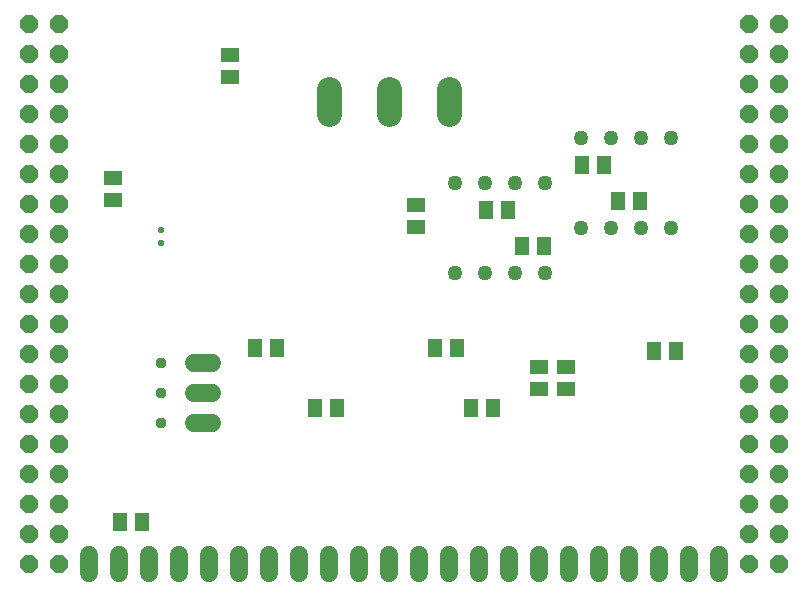
<source format=gbr>
G04 EAGLE Gerber RS-274X export*
G75*
%MOMM*%
%FSLAX34Y34*%
%LPD*%
%INSoldermask Bottom*%
%IPPOS*%
%AMOC8*
5,1,8,0,0,1.08239X$1,22.5*%
G01*
%ADD10P,1.649562X8X292.500000*%
%ADD11C,0.550000*%
%ADD12R,1.300000X1.500000*%
%ADD13C,1.524000*%
%ADD14C,0.959600*%
%ADD15C,1.270000*%
%ADD16R,1.500000X1.300000*%
%ADD17C,2.095500*%


D10*
X25400Y482600D03*
X50800Y482600D03*
X25400Y457200D03*
X50800Y457200D03*
X25400Y431800D03*
X50800Y431800D03*
X25400Y406400D03*
X50800Y406400D03*
X25400Y381000D03*
X50800Y381000D03*
X25400Y355600D03*
X50800Y355600D03*
X25400Y330200D03*
X50800Y330200D03*
X25400Y304800D03*
X50800Y304800D03*
X25400Y279400D03*
X50800Y279400D03*
X25400Y254000D03*
X50800Y254000D03*
X25400Y228600D03*
X50800Y228600D03*
X25400Y203200D03*
X50800Y203200D03*
X25400Y177800D03*
X50800Y177800D03*
X25400Y152400D03*
X50800Y152400D03*
X25400Y127000D03*
X50800Y127000D03*
X25400Y101600D03*
X50800Y101600D03*
X25400Y76200D03*
X50800Y76200D03*
X25400Y50800D03*
X50800Y50800D03*
X25400Y25400D03*
X50800Y25400D03*
X635000Y482600D03*
X660400Y482600D03*
X635000Y457200D03*
X660400Y457200D03*
X635000Y431800D03*
X660400Y431800D03*
X635000Y406400D03*
X660400Y406400D03*
X635000Y381000D03*
X660400Y381000D03*
X635000Y355600D03*
X660400Y355600D03*
X635000Y330200D03*
X660400Y330200D03*
X635000Y304800D03*
X660400Y304800D03*
X635000Y279400D03*
X660400Y279400D03*
X635000Y254000D03*
X660400Y254000D03*
X635000Y228600D03*
X660400Y228600D03*
X635000Y203200D03*
X660400Y203200D03*
X635000Y177800D03*
X660400Y177800D03*
X635000Y152400D03*
X660400Y152400D03*
X635000Y127000D03*
X660400Y127000D03*
X635000Y101600D03*
X660400Y101600D03*
X635000Y76200D03*
X660400Y76200D03*
X635000Y50800D03*
X660400Y50800D03*
X635000Y25400D03*
X660400Y25400D03*
D11*
X137160Y307760D03*
X137160Y296760D03*
D12*
X102260Y60960D03*
X121260Y60960D03*
D13*
X165100Y144780D02*
X180340Y144780D01*
X180340Y170180D02*
X165100Y170180D01*
X165100Y195580D02*
X180340Y195580D01*
D14*
X137160Y144780D03*
X137160Y170180D03*
X137160Y195580D03*
D15*
X386080Y271780D03*
X411480Y271780D03*
X411480Y347980D03*
X386080Y347980D03*
X436880Y271780D03*
X462280Y271780D03*
X436880Y347980D03*
X462280Y347980D03*
X568960Y386080D03*
X543560Y386080D03*
X543560Y309880D03*
X568960Y309880D03*
X518160Y386080D03*
X492760Y386080D03*
X518160Y309880D03*
X492760Y309880D03*
D13*
X76200Y33020D02*
X76200Y17780D01*
X101600Y17780D02*
X101600Y33020D01*
X127000Y33020D02*
X127000Y17780D01*
X152400Y17780D02*
X152400Y33020D01*
X177800Y33020D02*
X177800Y17780D01*
X203200Y17780D02*
X203200Y33020D01*
X228600Y33020D02*
X228600Y17780D01*
X254000Y17780D02*
X254000Y33020D01*
X279400Y33020D02*
X279400Y17780D01*
X304800Y17780D02*
X304800Y33020D01*
X330200Y33020D02*
X330200Y17780D01*
X355600Y17780D02*
X355600Y33020D01*
X381000Y33020D02*
X381000Y17780D01*
X406400Y17780D02*
X406400Y33020D01*
X431800Y33020D02*
X431800Y17780D01*
X457200Y17780D02*
X457200Y33020D01*
X482600Y33020D02*
X482600Y17780D01*
X508000Y17780D02*
X508000Y33020D01*
X533400Y33020D02*
X533400Y17780D01*
X558800Y17780D02*
X558800Y33020D01*
X584200Y33020D02*
X584200Y17780D01*
X609600Y17780D02*
X609600Y33020D01*
D16*
X353060Y310540D03*
X353060Y329540D03*
X195580Y437540D03*
X195580Y456540D03*
X96520Y333400D03*
X96520Y352400D03*
D17*
X381000Y406083D02*
X381000Y427038D01*
X330200Y427038D02*
X330200Y406083D01*
X279400Y406083D02*
X279400Y427038D01*
D12*
X286360Y157480D03*
X267360Y157480D03*
X387960Y208280D03*
X368960Y208280D03*
D16*
X480060Y192380D03*
X480060Y173380D03*
D12*
X431140Y325120D03*
X412140Y325120D03*
X523900Y332740D03*
X542900Y332740D03*
X216560Y208280D03*
X235560Y208280D03*
X418440Y157480D03*
X399440Y157480D03*
D16*
X457200Y173380D03*
X457200Y192380D03*
D12*
X461620Y294640D03*
X442620Y294640D03*
X493420Y363220D03*
X512420Y363220D03*
X573380Y205740D03*
X554380Y205740D03*
M02*

</source>
